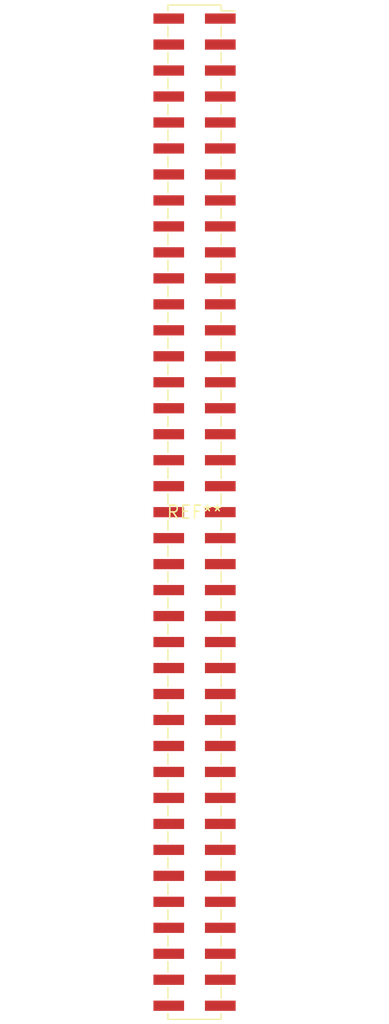
<source format=kicad_pcb>
(kicad_pcb (version 20240108) (generator pcbnew)
  (layers (0 "F.Cu" signal) (31 "B.Cu" signal) (34 "B.Paste" user) (35 "F.Paste" user) (36 "B.SilkS" user "B.Silkscreen") (37 "F.SilkS" user "F.Silkscreen") (38 "B.Mask" user) (39 "F.Mask" user) (44 "Edge.Cuts" user))
  (net 0 "")
  (footprint "PinSocket_2x39_P2.54mm_Vertical_SMD" (layer "F.Cu") (at 0 0)
    (property "Reference" "REF**")
    (property "Value" "PinSocket_2x39_P2.54mm_Vertical_SMD")
    (fp_line (start -2.6 -49.59) (end -2.6 -49.02) (layer "F.SilkS") (stroke (width 0.12)))
    (fp_line (start -2.6 -49.59) (end 2.6 -49.59) (layer "F.SilkS") (stroke (width 0.12)))
    (fp_line (start -2.6 -47.5) (end -2.6 -46.48) (layer "F.SilkS") (stroke (width 0.12)))
    (fp_line (start -2.6 -44.96) (end -2.6 -43.94) (layer "F.SilkS") (stroke (width 0.12)))
    (fp_line (start -2.6 -42.42) (end -2.6 -41.4) (layer "F.SilkS") (stroke (width 0.12)))
    (fp_line (start -2.6 -39.88) (end -2.6 -38.86) (layer "F.SilkS") (stroke (width 0.12)))
    (fp_line (start -2.6 -37.34) (end -2.6 -36.32) (layer "F.SilkS") (stroke (width 0.12)))
    (fp_line (start -2.6 -34.8) (end -2.6 -33.78) (layer "F.SilkS") (stroke (width 0.12)))
    (fp_line (start -2.6 -32.26) (end -2.6 -31.24) (layer "F.SilkS") (stroke (width 0.12)))
    (fp_line (start -2.6 -29.72) (end -2.6 -28.7) (layer "F.SilkS") (stroke (width 0.12)))
    (fp_line (start -2.6 -27.18) (end -2.6 -26.16) (layer "F.SilkS") (stroke (width 0.12)))
    (fp_line (start -2.6 -24.64) (end -2.6 -23.62) (layer "F.SilkS") (stroke (width 0.12)))
    (fp_line (start -2.6 -22.1) (end -2.6 -21.08) (layer "F.SilkS") (stroke (width 0.12)))
    (fp_line (start -2.6 -19.56) (end -2.6 -18.54) (layer "F.SilkS") (stroke (width 0.12)))
    (fp_line (start -2.6 -17.02) (end -2.6 -16) (layer "F.SilkS") (stroke (width 0.12)))
    (fp_line (start -2.6 -14.48) (end -2.6 -13.46) (layer "F.SilkS") (stroke (width 0.12)))
    (fp_line (start -2.6 -11.94) (end -2.6 -10.92) (layer "F.SilkS") (stroke (width 0.12)))
    (fp_line (start -2.6 -9.4) (end -2.6 -8.38) (layer "F.SilkS") (stroke (width 0.12)))
    (fp_line (start -2.6 -6.86) (end -2.6 -5.84) (layer "F.SilkS") (stroke (width 0.12)))
    (fp_line (start -2.6 -4.32) (end -2.6 -3.3) (layer "F.SilkS") (stroke (width 0.12)))
    (fp_line (start -2.6 -1.78) (end -2.6 -0.76) (layer "F.SilkS") (stroke (width 0.12)))
    (fp_line (start -2.6 0.76) (end -2.6 1.78) (layer "F.SilkS") (stroke (width 0.12)))
    (fp_line (start -2.6 3.3) (end -2.6 4.32) (layer "F.SilkS") (stroke (width 0.12)))
    (fp_line (start -2.6 5.84) (end -2.6 6.86) (layer "F.SilkS") (stroke (width 0.12)))
    (fp_line (start -2.6 8.38) (end -2.6 9.4) (layer "F.SilkS") (stroke (width 0.12)))
    (fp_line (start -2.6 10.92) (end -2.6 11.94) (layer "F.SilkS") (stroke (width 0.12)))
    (fp_line (start -2.6 13.46) (end -2.6 14.48) (layer "F.SilkS") (stroke (width 0.12)))
    (fp_line (start -2.6 16) (end -2.6 17.02) (layer "F.SilkS") (stroke (width 0.12)))
    (fp_line (start -2.6 18.54) (end -2.6 19.56) (layer "F.SilkS") (stroke (width 0.12)))
    (fp_line (start -2.6 21.08) (end -2.6 22.1) (layer "F.SilkS") (stroke (width 0.12)))
    (fp_line (start -2.6 23.62) (end -2.6 24.64) (layer "F.SilkS") (stroke (width 0.12)))
    (fp_line (start -2.6 26.16) (end -2.6 27.18) (layer "F.SilkS") (stroke (width 0.12)))
    (fp_line (start -2.6 28.7) (end -2.6 29.72) (layer "F.SilkS") (stroke (width 0.12)))
    (fp_line (start -2.6 31.24) (end -2.6 32.26) (layer "F.SilkS") (stroke (width 0.12)))
    (fp_line (start -2.6 33.78) (end -2.6 34.8) (layer "F.SilkS") (stroke (width 0.12)))
    (fp_line (start -2.6 36.32) (end -2.6 37.34) (layer "F.SilkS") (stroke (width 0.12)))
    (fp_line (start -2.6 38.86) (end -2.6 39.88) (layer "F.SilkS") (stroke (width 0.12)))
    (fp_line (start -2.6 41.4) (end -2.6 42.42) (layer "F.SilkS") (stroke (width 0.12)))
    (fp_line (start -2.6 43.94) (end -2.6 44.96) (layer "F.SilkS") (stroke (width 0.12)))
    (fp_line (start -2.6 46.48) (end -2.6 47.5) (layer "F.SilkS") (stroke (width 0.12)))
    (fp_line (start -2.6 49.02) (end -2.6 49.59) (layer "F.SilkS") (stroke (width 0.12)))
    (fp_line (start -2.6 49.59) (end 2.6 49.59) (layer "F.SilkS") (stroke (width 0.12)))
    (fp_line (start 2.6 -49.59) (end 2.6 -49.02) (layer "F.SilkS") (stroke (width 0.12)))
    (fp_line (start 2.6 -49.02) (end 3.96 -49.02) (layer "F.SilkS") (stroke (width 0.12)))
    (fp_line (start 2.6 -47.5) (end 2.6 -46.48) (layer "F.SilkS") (stroke (width 0.12)))
    (fp_line (start 2.6 -44.96) (end 2.6 -43.94) (layer "F.SilkS") (stroke (width 0.12)))
    (fp_line (start 2.6 -42.42) (end 2.6 -41.4) (layer "F.SilkS") (stroke (width 0.12)))
    (fp_line (start 2.6 -39.88) (end 2.6 -38.86) (layer "F.SilkS") (stroke (width 0.12)))
    (fp_line (start 2.6 -37.34) (end 2.6 -36.32) (layer "F.SilkS") (stroke (width 0.12)))
    (fp_line (start 2.6 -34.8) (end 2.6 -33.78) (layer "F.SilkS") (stroke (width 0.12)))
    (fp_line (start 2.6 -32.26) (end 2.6 -31.24) (layer "F.SilkS") (stroke (width 0.12)))
    (fp_line (start 2.6 -29.72) (end 2.6 -28.7) (layer "F.SilkS") (stroke (width 0.12)))
    (fp_line (start 2.6 -27.18) (end 2.6 -26.16) (layer "F.SilkS") (stroke (width 0.12)))
    (fp_line (start 2.6 -24.64) (end 2.6 -23.62) (layer "F.SilkS") (stroke (width 0.12)))
    (fp_line (start 2.6 -22.1) (end 2.6 -21.08) (layer "F.SilkS") (stroke (width 0.12)))
    (fp_line (start 2.6 -19.56) (end 2.6 -18.54) (layer "F.SilkS") (stroke (width 0.12)))
    (fp_line (start 2.6 -17.02) (end 2.6 -16) (layer "F.SilkS") (stroke (width 0.12)))
    (fp_line (start 2.6 -14.48) (end 2.6 -13.46) (layer "F.SilkS") (stroke (width 0.12)))
    (fp_line (start 2.6 -11.94) (end 2.6 -10.92) (layer "F.SilkS") (stroke (width 0.12)))
    (fp_line (start 2.6 -9.4) (end 2.6 -8.38) (layer "F.SilkS") (stroke (width 0.12)))
    (fp_line (start 2.6 -6.86) (end 2.6 -5.84) (layer "F.SilkS") (stroke (width 0.12)))
    (fp_line (start 2.6 -4.32) (end 2.6 -3.3) (layer "F.SilkS") (stroke (width 0.12)))
    (fp_line (start 2.6 -1.78) (end 2.6 -0.76) (layer "F.SilkS") (stroke (width 0.12)))
    (fp_line (start 2.6 0.76) (end 2.6 1.78) (layer "F.SilkS") (stroke (width 0.12)))
    (fp_line (start 2.6 3.3) (end 2.6 4.32) (layer "F.SilkS") (stroke (width 0.12)))
    (fp_line (start 2.6 5.84) (end 2.6 6.86) (layer "F.SilkS") (stroke (width 0.12)))
    (fp_line (start 2.6 8.38) (end 2.6 9.4) (layer "F.SilkS") (stroke (width 0.12)))
    (fp_line (start 2.6 10.92) (end 2.6 11.94) (layer "F.SilkS") (stroke (width 0.12)))
    (fp_line (start 2.6 13.46) (end 2.6 14.48) (layer "F.SilkS") (stroke (width 0.12)))
    (fp_line (start 2.6 16) (end 2.6 17.02) (layer "F.SilkS") (stroke (width 0.12)))
    (fp_line (start 2.6 18.54) (end 2.6 19.56) (layer "F.SilkS") (stroke (width 0.12)))
    (fp_line (start 2.6 21.08) (end 2.6 22.1) (layer "F.SilkS") (stroke (width 0.12)))
    (fp_line (start 2.6 23.62) (end 2.6 24.64) (layer "F.SilkS") (stroke (width 0.12)))
    (fp_line (start 2.6 26.16) (end 2.6 27.18) (layer "F.SilkS") (stroke (width 0.12)))
    (fp_line (start 2.6 28.7) (end 2.6 29.72) (layer "F.SilkS") (stroke (width 0.12)))
    (fp_line (start 2.6 31.24) (end 2.6 32.26) (layer "F.SilkS") (stroke (width 0.12)))
    (fp_line (start 2.6 33.78) (end 2.6 34.8) (layer "F.SilkS") (stroke (width 0.12)))
    (fp_line (start 2.6 36.32) (end 2.6 37.34) (layer "F.SilkS") (stroke (width 0.12)))
    (fp_line (start 2.6 38.86) (end 2.6 39.88) (layer "F.SilkS") (stroke (width 0.12)))
    (fp_line (start 2.6 41.4) (end 2.6 42.42) (layer "F.SilkS") (stroke (width 0.12)))
    (fp_line (start 2.6 43.94) (end 2.6 44.96) (layer "F.SilkS") (stroke (width 0.12)))
    (fp_line (start 2.6 46.48) (end 2.6 47.5) (layer "F.SilkS") (stroke (width 0.12)))
    (fp_line (start 2.6 49.02) (end 2.6 49.59) (layer "F.SilkS") (stroke (width 0.12)))
    (pad "1" smd rect (at 2.52 -48.26) (size 3 1) (layers "F.Cu" "F.Paste" "F.Mask"))
    (pad "2" smd rect (at -2.52 -48.26) (size 3 1) (layers "F.Cu" "F.Paste" "F.Mask"))
    (pad "3" smd rect (at 2.52 -45.72) (size 3 1) (layers "F.Cu" "F.Paste" "F.Mask"))
    (pad "4" smd rect (at -2.52 -45.72) (size 3 1) (layers "F.Cu" "F.Paste" "F.Mask"))
    (pad "5" smd rect (at 2.52 -43.18) (size 3 1) (layers "F.Cu" "F.Paste" "F.Mask"))
    (pad "6" smd rect (at -2.52 -43.18) (size 3 1) (layers "F.Cu" "F.Paste" "F.Mask"))
    (pad "7" smd rect (at 2.52 -40.64) (size 3 1) (layers "F.Cu" "F.Paste" "F.Mask"))
    (pad "8" smd rect (at -2.52 -40.64) (size 3 1) (layers "F.Cu" "F.Paste" "F.Mask"))
    (pad "9" smd rect (at 2.52 -38.1) (size 3 1) (layers "F.Cu" "F.Paste" "F.Mask"))
    (pad "10" smd rect (at -2.52 -38.1) (size 3 1) (layers "F.Cu" "F.Paste" "F.Mask"))
    (pad "11" smd rect (at 2.52 -35.56) (size 3 1) (layers "F.Cu" "F.Paste" "F.Mask"))
    (pad "12" smd rect (at -2.52 -35.56) (size 3 1) (layers "F.Cu" "F.Paste" "F.Mask"))
    (pad "13" smd rect (at 2.52 -33.02) (size 3 1) (layers "F.Cu" "F.Paste" "F.Mask"))
    (pad "14" smd rect (at -2.52 -33.02) (size 3 1) (layers "F.Cu" "F.Paste" "F.Mask"))
    (pad "15" smd rect (at 2.52 -30.48) (size 3 1) (layers "F.Cu" "F.Paste" "F.Mask"))
    (pad "16" smd rect (at -2.52 -30.48) (size 3 1) (layers "F.Cu" "F.Paste" "F.Mask"))
    (pad "17" smd rect (at 2.52 -27.94) (size 3 1) (layers "F.Cu" "F.Paste" "F.Mask"))
    (pad "18" smd rect (at -2.52 -27.94) (size 3 1) (layers "F.Cu" "F.Paste" "F.Mask"))
    (pad "19" smd rect (at 2.52 -25.4) (size 3 1) (layers "F.Cu" "F.Paste" "F.Mask"))
    (pad "20" smd rect (at -2.52 -25.4) (size 3 1) (layers "F.Cu" "F.Paste" "F.Mask"))
    (pad "21" smd rect (at 2.52 -22.86) (size 3 1) (layers "F.Cu" "F.Paste" "F.Mask"))
    (pad "22" smd rect (at -2.52 -22.86) (size 3 1) (layers "F.Cu" "F.Paste" "F.Mask"))
    (pad "23" smd rect (at 2.52 -20.32) (size 3 1) (layers "F.Cu" "F.Paste" "F.Mask"))
    (pad "24" smd rect (at -2.52 -20.32) (size 3 1) (layers "F.Cu" "F.Paste" "F.Mask"))
    (pad "25" smd rect (at 2.52 -17.78) (size 3 1) (layers "F.Cu" "F.Paste" "F.Mask"))
    (pad "26" smd rect (at -2.52 -17.78) (size 3 1) (layers "F.Cu" "F.Paste" "F.Mask"))
    (pad "27" smd rect (at 2.52 -15.24) (size 3 1) (layers "F.Cu" "F.Paste" "F.Mask"))
    (pad "28" smd rect (at -2.52 -15.24) (size 3 1) (layers "F.Cu" "F.Paste" "F.Mask"))
    (pad "29" smd rect (at 2.52 -12.7) (size 3 1) (layers "F.Cu" "F.Paste" "F.Mask"))
    (pad "30" smd rect (at -2.52 -12.7) (size 3 1) (layers "F.Cu" "F.Paste" "F.Mask"))
    (pad "31" smd rect (at 2.52 -10.16) (size 3 1) (layers "F.Cu" "F.Paste" "F.Mask"))
    (pad "32" smd rect (at -2.52 -10.16) (size 3 1) (layers "F.Cu" "F.Paste" "F.Mask"))
    (pad "33" smd rect (at 2.52 -7.62) (size 3 1) (layers "F.Cu" "F.Paste" "F.Mask"))
    (pad "34" smd rect (at -2.52 -7.62) (size 3 1) (layers "F.Cu" "F.Paste" "F.Mask"))
    (pad "35" smd rect (at 2.52 -5.08) (size 3 1) (layers "F.Cu" "F.Paste" "F.Mask"))
    (pad "36" smd rect (at -2.52 -5.08) (size 3 1) (layers "F.Cu" "F.Paste" "F.Mask"))
    (pad "37" smd rect (at 2.52 -2.54) (size 3 1) (layers "F.Cu" "F.Paste" "F.Mask"))
    (pad "38" smd rect (at -2.52 -2.54) (size 3 1) (layers "F.Cu" "F.Paste" "F.Mask"))
    (pad "39" smd rect (at 2.52 0) (size 3 1) (layers "F.Cu" "F.Paste" "F.Mask"))
    (pad "40" smd rect (at -2.52 0) (size 3 1) (layers "F.Cu" "F.Paste" "F.Mask"))
    (pad "41" smd rect (at 2.52 2.54) (size 3 1) (layers "F.Cu" "F.Paste" "F.Mask"))
    (pad "42" smd rect (at -2.52 2.54) (size 3 1) (layers "F.Cu" "F.Paste" "F.Mask"))
    (pad "43" smd rect (at 2.52 5.08) (size 3 1) (layers "F.Cu" "F.Paste" "F.Mask"))
    (pad "44" smd rect (at -2.52 5.08) (size 3 1) (layers "F.Cu" "F.Paste" "F.Mask"))
    (pad "45" smd rect (at 2.52 7.62) (size 3 1) (layers "F.Cu" "F.Paste" "F.Mask"))
    (pad "46" smd rect (at -2.52 7.62) (size 3 1) (layers "F.Cu" "F.Paste" "F.Mask"))
    (pad "47" smd rect (at 2.52 10.16) (size 3 1) (layers "F.Cu" "F.Paste" "F.Mask"))
    (pad "48" smd rect (at -2.52 10.16) (size 3 1) (layers "F.Cu" "F.Paste" "F.Mask"))
    (pad "49" smd rect (at 2.52 12.7) (size 3 1) (layers "F.Cu" "F.Paste" "F.Mask"))
    (pad "50" smd rect (at -2.52 12.7) (size 3 1) (layers "F.Cu" "F.Paste" "F.Mask"))
    (pad "51" smd rect (at 2.52 15.24) (size 3 1) (layers "F.Cu" "F.Paste" "F.Mask"))
    (pad "52" smd rect (at -2.52 15.24) (size 3 1) (layers "F.Cu" "F.Paste" "F.Mask"))
    (pad "53" smd rect (at 2.52 17.78) (size 3 1) (layers "F.Cu" "F.Paste" "F.Mask"))
    (pad "54" smd rect (at -2.52 17.78) (size 3 1) (layers "F.Cu" "F.Paste" "F.Mask"))
    (pad "55" smd rect (at 2.52 20.32) (size 3 1) (layers "F.Cu" "F.Paste" "F.Mask"))
    (pad "56" smd rect (at -2.52 20.32) (size 3 1) (layers "F.Cu" "F.Paste" "F.Mask"))
    (pad "57" smd rect (at 2.52 22.86) (size 3 1) (layers "F.Cu" "F.Paste" "F.Mask"))
    (pad "58" smd rect (at -2.52 22.86) (size 3 1) (layers "F.Cu" "F.Paste" "F.Mask"))
    (pad "59" smd rect (at 2.52 25.4) (size 3 1) (layers "F.Cu" "F.Paste" "F.Mask"))
    (pad "60" smd rect (at -2.52 25.4) (size 3 1) (layers "F.Cu" "F.Paste" "F.Mask"))
    (pad "61" smd rect (at 2.52 27.94) (size 3 1) (layers "F.Cu" "F.Paste" "F.Mask"))
    (pad "62" smd rect (at -2.52 27.94) (size 3 1) (layers "F.Cu" "F.Paste" "F.Mask"))
    (pad "63" smd rect (at 2.52 30.48) (size 3 1) (layers "F.Cu" "F.Paste" "F.Mask"))
    (pad "64" smd rect (at -2.52 30.48) (size 3 1) (layers "F.Cu" "F.Paste" "F.Mask"))
    (pad "65" smd rect (at 2.52 33.02) (size 3 1) (layers "F.Cu" "F.Paste" "F.Mask"))
    (pad "66" smd rect (at -2.52 33.02) (size 3 1) (layers "F.Cu" "F.Paste" "F.Mask"))
    (pad "67" smd rect (at 2.52 35.56) (size 3 1) (layers "F.Cu" "F.Paste" "F.Mask"))
    (pad "68" smd rect (at -2.52 35.56) (size 3 1) (layers "F.Cu" "F.Paste" "F.Mask"))
    (pad "69" smd rect (at 2.52 38.1) (size 3 1) (layers "F.Cu" "F.Paste" "F.Mask"))
    (pad "70" smd rect (at -2.52 38.1) (size 3 1) (layers "F.Cu" "F.Paste" "F.Mask"))
    (pad "71" smd rect (at 2.52 40.64) (size 3 1) (layers "F.Cu" "F.Paste" "F.Mask"))
    (pad "72" smd rect (at -2.52 40.64) (size 3 1) (layers "F.Cu" "F.Paste" "F.Mask"))
    (pad "73" smd rect (at 2.52 43.18) (size 3 1) (layers "F.Cu" "F.Paste" "F.Mask"))
    (pad "74" smd rect (at -2.52 43.18) (size 3 1) (layers "F.Cu" "F.Paste" "F.Mask"))
    (pad "75" smd rect (at 2.52 45.72) (size 3 1) (layers "F.Cu" "F.Paste" "F.Mask"))
    (pad "76" smd rect (at -2.52 45.72) (size 3 1) (layers "F.Cu" "F.Paste" "F.Mask"))
    (pad "77" smd rect (at 2.52 48.26) (size 3 1) (layers "F.Cu" "F.Paste" "F.Mask"))
    (pad "78" smd rect (at -2.52 48.26) (size 3 1) (layers "F.Cu" "F.Paste" "F.Mask"))
  )
)
</source>
